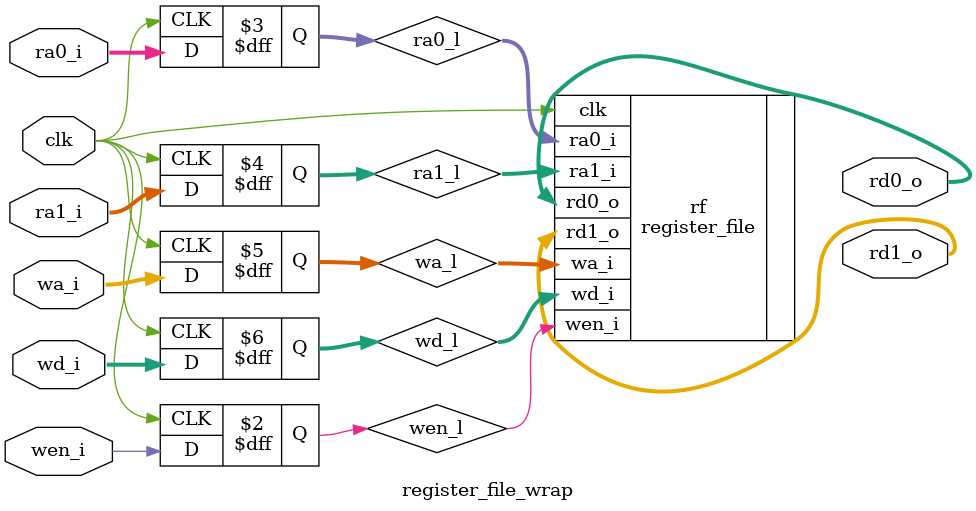
<source format=sv>
`timescale 1ns / 1ps

/* 
 * register_file_wrap.sv
 *
 * A simple register file wrapper
 *
 * COMP 300
 * University of San Diego
 *
 * Written by Matt DeVuyst (4/7/2010)
 * Modified by Vikram Bhatt (4/1/2011)
 * Modified by Nikolaos Strikos (4/8/2011)
 *
 */

/*
 * parameters:
 *  NUM_REGS: number of registers
 *  NUM_REGS_LOG: log_2(NUM_REGS)
 *  DATA_WIDTH: width of each register
 */
module register_file_wrap#(parameter NUM_REGS=8, NUM_REGS_LOG=3, DATA_WIDTH=16)
(
	input clk,// Clock to control when write happen.
	input wen_i, // Enable writing to a register.
	input [NUM_REGS_LOG-1:0] ra0_i, // The number of a register to read from.
	input [NUM_REGS_LOG-1:0] ra1_i, // The number of a register to read from.
	input [NUM_REGS_LOG-1:0] wa_i, // The number of a register to write to.
	input [DATA_WIDTH-1:0]   wd_i, // Data to write to a given register.

	output logic [DATA_WIDTH-1:0]  rd0_o, // Data read from a given register.
	output logic [DATA_WIDTH-1:0]  rd1_o // Data read from a given register.
);

logic                    wen_l; // write enable signal
logic [NUM_REGS_LOG-1:0] ra0_l; // read address 0
logic [NUM_REGS_LOG-1:0] ra1_l; // read address 1
logic [NUM_REGS_LOG-1:0] wa_l; // write address
logic [DATA_WIDTH-1:0]   wd_l; // write data
logic [DATA_WIDTH-1:0]   rd0_l; // read data 0
logic [DATA_WIDTH-1:0]   rd1_l; // read data 1

register_file rf
(
	// Inputs
	 .clk (clk)
	,.wen_i	(wen_l)
	,.ra0_i	(ra0_l)
	,.ra1_i (ra1_l)
	,.wa_i (wa_l)
	,.wd_i (wd_l)
	// Outputs
	,.rd0_o (rd0_o)
	,.rd1_o (rd1_o)
);

always_ff @(posedge clk)
begin
	wen_l  <= wen_i;
	ra0_l  <= ra0_i;
	ra1_l  <= ra1_i;
	wa_l   <= wa_i;
	wd_l   <= wd_i;
end

endmodule // register_file_wrap

</source>
